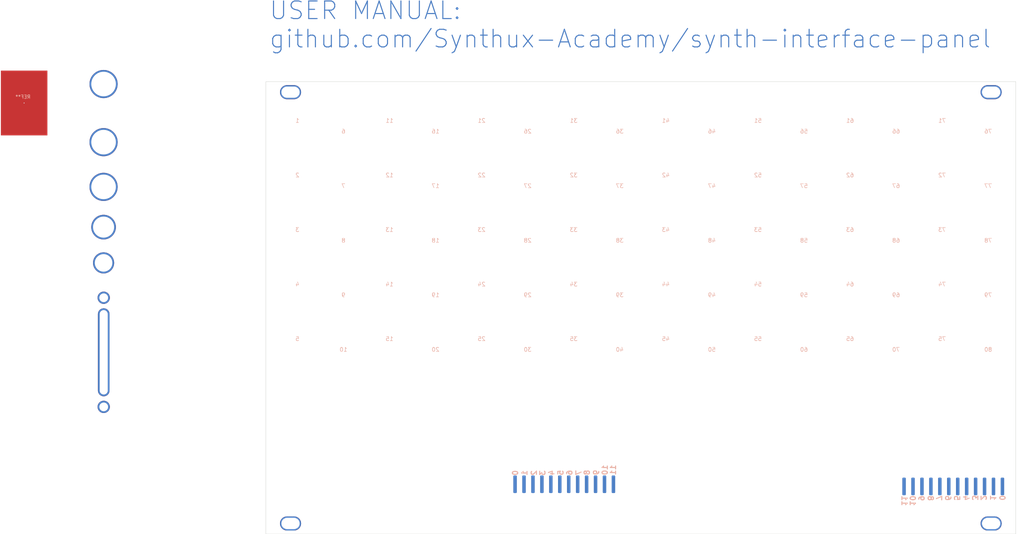
<source format=kicad_pcb>
(kicad_pcb (version 20221018) (generator pcbnew)
  (layers (0 "F.Cu" signal) (31 "B.Cu" signal) (34 "B.Paste" user) (35 "F.Paste" user) (36 "B.SilkS" user "B.Silkscreen") (37 "F.SilkS" user "F.Silkscreen") (38 "B.Mask" user) (39 "F.Mask" user) (44 "Edge.Cuts" user))
  (net 0 "")
  (footprint "SimpleSynthPanel:Panel Simple Footprint" (layer "F.Cu") (at 89.826999 64.238)
    (fp_text reference " 17" hide)
    (fp_text value "Simple_Multi_Socket" hide)
    (fp_text user "${REFERENCE}" (at 1.2 -5.29) (layer "B.SilkS") (effects (font (size 1.143 1.143) (thickness 0.152)) (justify mirror)))
  )
  (footprint "SimpleSynthPanel:Panel Simple Footprint" (layer "F.Cu") (at 155.231999 76.684)
    (fp_text reference " 43" hide)
    (fp_text value "Simple_Multi_Socket" hide)
    (fp_text user "${REFERENCE}" (at 1.2 -5.29) (layer "B.SilkS") (effects (font (size 1.143 1.143) (thickness 0.152)) (justify mirror)))
  )
  (footprint "SimpleSynthPanel:Panel Simple Footprint" (layer "F.Cu") (at 207.555999 45.696)
    (fp_text reference " 61" hide)
    (fp_text value "Simple_Multi_Socket" hide)
    (fp_text user "${REFERENCE}" (at 1.2 -5.29) (layer "B.SilkS") (effects (font (size 1.143 1.143) (thickness 0.152)) (justify mirror)))
  )
  (footprint "SimpleSynthPanel:Panel Simple Footprint" (layer "F.Cu") (at 194.474999 48.744)
    (fp_text reference " 56" hide)
    (fp_text value "Simple_Multi_Socket" hide)
    (fp_text user "${REFERENCE}" (at 1.2 -5.29) (layer "B.SilkS") (effects (font (size 1.143 1.143) (thickness 0.152)) (justify mirror)))
  )
  (footprint "SimpleSynthPanel:Panel Fader" (layer "F.Cu") (at -5.873601 123.1096)
    (fp_text reference "REF**" hide)
    (fp_text value "Panel Fader" hide)
    (fp_rect (start 1.1 -22.6) (end 2.9 -27.6) (stroke (width 0.12)) (fill solid) (layer "F.SilkS"))
    (pad "" thru_hole circle (at 2 -32.4) (size 3.5 3.5) (drill 2.5) (layers "*.Cu" "*.Mask"))
    (pad "" thru_hole oval (at 2 -16.9) (size 3.3 25) (drill oval 2.3 24) (layers "*.Cu" "*.Mask"))
    (pad "" thru_hole circle (at 2 -1.4) (size 3.5 3.5) (drill 2.5) (layers "*.Cu" "*.Mask"))
  )
  (footprint "SimpleSynthPanel:Panel Simple Footprint" (layer "F.Cu") (at 142.150999 64.238)
    (fp_text reference " 37" hide)
    (fp_text value "Simple_Multi_Socket" hide)
    (fp_text user "${REFERENCE}" (at 1.2 -5.29) (layer "B.SilkS") (effects (font (size 1.143 1.143) (thickness 0.152)) (justify mirror)))
  )
  (footprint "SimpleSynthPanel:Panel Simple Footprint" (layer "F.Cu") (at 142.150999 79.732)
    (fp_text reference " 38" hide)
    (fp_text value "Simple_Multi_Socket" hide)
    (fp_text user "${REFERENCE}" (at 1.2 -5.29) (layer "B.SilkS") (effects (font (size 1.143 1.143) (thickness 0.152)) (justify mirror)))
  )
  (footprint "SimpleSynthPanel:Panel Simple Footprint" (layer "F.Cu") (at 76.745999 45.696)
    (fp_text reference " 11" hide)
    (fp_text value "Simple_Multi_Socket" hide)
    (fp_text user "${REFERENCE}" (at 1.2 -5.29) (layer "B.SilkS") (effects (font (size 1.143 1.143) (thickness 0.152)) (justify mirror)))
  )
  (footprint "SimpleSynthPanel:Panel Simple Footprint" (layer "F.Cu") (at 220.636999 64.238)
    (fp_text reference " 67" hide)
    (fp_text value "Simple_Multi_Socket" hide)
    (fp_text user "${REFERENCE}" (at 1.2 -5.29) (layer "B.SilkS") (effects (font (size 1.143 1.143) (thickness 0.152)) (justify mirror)))
  )
  (footprint "SimpleSynthPanel:Panel Simple Footprint" (layer "F.Cu") (at 76.745999 107.672)
    (fp_text reference " 15" hide)
    (fp_text value "Simple_Multi_Socket" hide)
    (fp_text user "${REFERENCE}" (at 1.2 -5.29) (layer "B.SilkS") (effects (font (size 1.143 1.143) (thickness 0.152)) (justify mirror)))
  )
  (footprint "SimpleSynthPanel:Panel Simple Footprint" (layer "F.Cu") (at 246.798999 64.238)
    (fp_text reference " 77" hide)
    (fp_text value "Simple_Multi_Socket" hide)
    (fp_text user "${REFERENCE}" (at 1.2 -5.29) (layer "B.SilkS") (effects (font (size 1.143 1.143) (thickness 0.152)) (justify mirror)))
  )
  (footprint "SimpleSynthPanel:Panel Simple Footprint" (layer "F.Cu") (at 168.312999 64.238)
    (fp_text reference " 47" hide)
    (fp_text value "Simple_Multi_Socket" hide)
    (fp_text user "${REFERENCE}" (at 1.2 -5.29) (layer "B.SilkS") (effects (font (size 1.143 1.143) (thickness 0.152)) (justify mirror)))
  )
  (footprint "SimpleSynthPanel:Panel Simple Footprint" (layer "F.Cu") (at 102.907999 76.684)
    (fp_text reference " 23" hide)
    (fp_text value "Simple_Multi_Socket" hide)
    (fp_text user "${REFERENCE}" (at 1.2 -5.29) (layer "B.SilkS") (effects (font (size 1.143 1.143) (thickness 0.152)) (justify mirror)))
  )
  (footprint "SimpleSynthPanel:Panel Simple Footprint" (layer "F.Cu") (at 63.664999 79.732)
    (fp_text reference " 8" hide)
    (fp_text value "Simple_Multi_Socket" hide)
    (fp_text user "${REFERENCE}" (at 1.2 -5.29) (layer "B.SilkS") (effects (font (size 1.143 1.143) (thickness 0.152)) (justify mirror)))
  )
  (footprint "SimpleSynthPanel:Panel Simple Footprint" (layer "F.Cu") (at 246.798999 95.226)
    (fp_text reference " 79" hide)
    (fp_text value "Simple_Multi_Socket" hide)
    (fp_text user "${REFERENCE}" (at 1.2 -5.29) (layer "B.SilkS") (effects (font (size 1.143 1.143) (thickness 0.152)) (justify mirror)))
  )
  (footprint "SimpleSynthPanel:Panel Simple Footprint" (layer "F.Cu") (at 168.312999 110.72)
    (fp_text reference " 50" hide)
    (fp_text value "Simple_Multi_Socket" hide)
    (fp_text user "${REFERENCE}" (at 1.2 -5.29) (layer "B.SilkS") (effects (font (size 1.143 1.143) (thickness 0.152)) (justify mirror)))
  )
  (footprint "SimpleSynthPanel:Panel Simple Footprint" (layer "F.Cu") (at 63.664999 110.72)
    (fp_text reference " 10" hide)
    (fp_text value "Simple_Multi_Socket" hide)
    (fp_text user "${REFERENCE}" (at 1.2 -5.29) (layer "B.SilkS") (effects (font (size 1.143 1.143) (thickness 0.152)) (justify mirror)))
  )
  (footprint "SimpleSynthPanel:Panel Simple Footprint" (layer "F.Cu") (at 168.312999 95.226)
    (fp_text reference " 49" hide)
    (fp_text value "Simple_Multi_Socket" hide)
    (fp_text user "${REFERENCE}" (at 1.2 -5.29) (layer "B.SilkS") (effects (font (size 1.143 1.143) (thickness 0.152)) (justify mirror)))
  )
  (footprint "SimpleSynthPanel:Panel Simple Footprint" (layer "F.Cu") (at 115.988999 79.732)
    (fp_text reference " 28" hide)
    (fp_text value "Simple_Multi_Socket" hide)
    (fp_text user "${REFERENCE}" (at 1.2 -5.29) (layer "B.SilkS") (effects (font (size 1.143 1.143) (thickness 0.152)) (justify mirror)))
  )
  (footprint "Simple6:MountingHole_3.2mm_Doepfer" (layer "F.Cu") (at 49.187399 154.8236)
    (fp_text reference "REF**" hide)
    (fp_text value "MountingHole_3.2mm_Doepfer" hide)
    (pad "" thru_hole oval (at 0 0) (size 6 4) (drill oval 5.2 3.2) (layers "*.Cu" "*.Mask"))
  )
  (footprint "SimpleSynthPanel:Panel Simple Footprint" (layer "F.Cu") (at 89.826999 95.226)
    (fp_text reference " 19" hide)
    (fp_text value "Simple_Multi_Socket" hide)
    (fp_text user "${REFERENCE}" (at 1.2 -5.29) (layer "B.SilkS") (effects (font (size 1.143 1.143) (thickness 0.152)) (justify mirror)))
  )
  (footprint "SimpleSynthPanel:Panel Simple Footprint" (layer "F.Cu") (at 63.664999 64.238)
    (fp_text reference " 7" hide)
    (fp_text value "Simple_Multi_Socket" hide)
    (fp_text user "${REFERENCE}" (at 1.2 -5.29) (layer "B.SilkS") (effects (font (size 1.143 1.143) (thickness 0.152)) (justify mirror)))
  )
  (footprint "SimpleSynthPanel:Panel Simple Footprint" (layer "F.Cu") (at 76.745999 76.684)
    (fp_text reference " 13" hide)
    (fp_text value "Simple_Multi_Socket" hide)
    (fp_text user "${REFERENCE}" (at 1.2 -5.29) (layer "B.SilkS") (effects (font (size 1.143 1.143) (thickness 0.152)) (justify mirror)))
  )
  (footprint "SimpleSynthPanel:Panel Simple Footprint" (layer "F.Cu") (at 102.907999 107.672)
    (fp_text reference " 25" hide)
    (fp_text value "Simple_Multi_Socket" hide)
    (fp_text user "${REFERENCE}" (at 1.2 -5.29) (layer "B.SilkS") (effects (font (size 1.143 1.143) (thickness 0.152)) (justify mirror)))
  )
  (footprint "SimpleSynthPanel:Panel Simple Footprint" (layer "F.Cu") (at 50.583999 92.178)
    (fp_text reference " 4" hide)
    (fp_text value "Simple_Multi_Socket" hide)
    (fp_text user "${REFERENCE}" (at 1.2 -5.29) (layer "B.SilkS") (effects (font (size 1.143 1.143) (thickness 0.152)) (justify mirror)))
  )
  (footprint "SimpleSynthPanel:Panel Simple Footprint" (layer "F.Cu") (at 89.826999 79.732)
    (fp_text reference " 18" hide)
    (fp_text value "Simple_Multi_Socket" hide)
    (fp_text user "${REFERENCE}" (at 1.2 -5.29) (layer "B.SilkS") (effects (font (size 1.143 1.143) (thickness 0.152)) (justify mirror)))
  )
  (footprint "SimpleSynthPanel:Panel Simple Footprint" (layer "F.Cu") (at 220.636999 79.732)
    (fp_text reference " 68" hide)
    (fp_text value "Simple_Multi_Socket" hide)
    (fp_text user "${REFERENCE}" (at 1.2 -5.29) (layer "B.SilkS") (effects (font (size 1.143 1.143) (thickness 0.152)) (justify mirror)))
  )
  (footprint "SimpleSynthPanel:Panel Simple Footprint" (layer "F.Cu") (at 246.798999 79.732)
    (fp_text reference " 78" hide)
    (fp_text value "Simple_Multi_Socket" hide)
    (fp_text user "${REFERENCE}" (at 1.2 -5.29) (layer "B.SilkS") (effects (font (size 1.143 1.143) (thickness 0.152)) (justify mirror)))
  )
  (footprint "Simple6:MountingHole_3.2mm_Doepfer" (layer "F.Cu") (at 49.187399 32.3236)
    (fp_text reference "REF**" hide)
    (fp_text value "MountingHole_3.2mm_Doepfer" hide)
    (pad "" thru_hole oval (at 0 0) (size 6 4) (drill oval 5.2 3.2) (layers "*.Cu" "*.Mask"))
  )
  (footprint "SimpleSynthPanel:Panel Simple Footprint" (layer "F.Cu") (at 142.150999 48.744)
    (fp_text reference " 36" hide)
    (fp_text value "Simple_Multi_Socket" hide)
    (fp_text user "${REFERENCE}" (at 1.2 -5.29) (layer "B.SilkS") (effects (font (size 1.143 1.143) (thickness 0.152)) (justify mirror)))
  )
  (footprint "SimpleSynthPanel:Panel Simple Footprint" (layer "F.Cu") (at 129.069999 45.696)
    (fp_text reference " 31" hide)
    (fp_text value "Simple_Multi_Socket" hide)
    (fp_text user "${REFERENCE}" (at 1.2 -5.29) (layer "B.SilkS") (effects (font (size 1.143 1.143) (thickness 0.152)) (justify mirror)))
  )
  (footprint "SimpleSynthPanel:Panel Simple Footprint" (layer "F.Cu") (at 194.474999 64.238)
    (fp_text reference " 57" hide)
    (fp_text value "Simple_Multi_Socket" hide)
    (fp_text user "${REFERENCE}" (at 1.2 -5.29) (layer "B.SilkS") (effects (font (size 1.143 1.143) (thickness 0.152)) (justify mirror)))
  )
  (footprint "SimpleSynthPanel:Panel Simple Footprint" (layer "F.Cu") (at 168.312999 79.732)
    (fp_text reference " 48" hide)
    (fp_text value "Simple_Multi_Socket" hide)
    (fp_text user "${REFERENCE}" (at 1.2 -5.29) (layer "B.SilkS") (effects (font (size 1.143 1.143) (thickness 0.152)) (justify mirror)))
  )
  (footprint "SimpleSynthPanel:Panel Knob 1P" (layer "F.Cu") (at -3.913601 59.2196)
    (fp_text reference "REF**" hide)
    (fp_text value "Panel Knob 1P")
    (pad "" thru_hole circle (at 0 0) (size 8 8) (drill 7) (layers "*.Cu" "*.Mask"))
  )
  (footprint "SimpleSynthPanel:Panel Simple Footprint" (layer "F.Cu") (at 181.393999 45.696)
    (fp_text reference " 51" hide)
    (fp_text value "Simple_Multi_Socket" hide)
    (fp_text user "${REFERENCE}" (at 1.2 -5.29) (layer "B.SilkS") (effects (font (size 1.143 1.143) (thickness 0.152)) (justify mirror)))
  )
  (footprint "SimpleSynthPanel:Panel Simple Footprint" (layer "F.Cu") (at 155.231999 107.672)
    (fp_text reference " 45" hide)
    (fp_text value "Simple_Multi_Socket" hide)
    (fp_text user "${REFERENCE}" (at 1.2 -5.29) (layer "B.SilkS") (effects (font (size 1.143 1.143) (thickness 0.152)) (justify mirror)))
  )
  (footprint "SimpleSynthPanel:Panel Simple Footprint" (layer "F.Cu") (at 115.988999 95.226)
    (fp_text reference " 29" hide)
    (fp_text value "Simple_Multi_Socket" hide)
    (fp_text user "${REFERENCE}" (at 1.2 -5.29) (layer "B.SilkS") (effects (font (size 1.143 1.143) (thickness 0.152)) (justify mirror)))
  )
  (footprint "SimpleSynthPanel:Panel Simple Footprint" (layer "F.Cu") (at 142.150999 95.226)
    (fp_text reference " 39" hide)
    (fp_text value "Simple_Multi_Socket" hide)
    (fp_text user "${REFERENCE}" (at 1.2 -5.29) (layer "B.SilkS") (effects (font (size 1.143 1.143) (thickness 0.152)) (justify mirror)))
  )
  (footprint "SimpleSynthPanel:Panel Simple Footprint" (layer "F.Cu") (at 207.555999 76.684)
    (fp_text reference " 63" hide)
    (fp_text value "Simple_Multi_Socket" hide)
    (fp_text user "${REFERENCE}" (at 1.2 -5.29) (layer "B.SilkS") (effects (font (size 1.143 1.143) (thickness 0.152)) (justify mirror)))
  )
  (footprint "SimpleSynthPanel:Panel Simple Footprint" (layer "F.Cu") (at 50.583999 45.696)
    (fp_text reference " 1" hide)
    (fp_text value "Simple_Multi_Socket" hide)
    (fp_text user "${REFERENCE}" (at 1.2 -5.29) (layer "B.SilkS") (effects (font (size 1.143 1.143) (thickness 0.152)) (justify mirror)))
  )
  (footprint "SimpleSynthPanel:Panel Simple Footprint" (layer "F.Cu") (at 181.393999 61.19)
    (fp_text reference " 52" hide)
    (fp_text value "Simple_Multi_Socket" hide)
    (fp_text user "${REFERENCE}" (at 1.2 -5.29) (layer "B.SilkS") (effects (font (size 1.143 1.143) (thickness 0.152)) (justify mirror)))
  )
  (footprint "SimpleSynthPanel:Panel Simple Footprint" (layer "F.Cu") (at 115.988999 64.238)
    (fp_text reference " 27" hide)
    (fp_text value "Simple_Multi_Socket" hide)
    (fp_text user "${REFERENCE}" (at 1.2 -5.29) (layer "B.SilkS") (effects (font (size 1.143 1.143) (thickness 0.152)) (justify mirror)))
  )
  (footprint "SimpleSynthPanel:Panel Simple Footprint" (layer "F.Cu") (at 50.583999 76.684)
    (fp_text reference " 3" hide)
    (fp_text value "Simple_Multi_Socket" hide)
    (fp_text user "${REFERENCE}" (at 1.2 -5.29) (layer "B.SilkS") (effects (font (size 1.143 1.143) (thickness 0.152)) (justify mirror)))
  )
  (footprint "SimpleSynthPanel:Panel Knob 2P" (layer "F.Cu") (at -3.913601 46.5196)
    (fp_text reference "REF**" hide)
    (fp_text value "Panel Knob 2P")
    (pad "" thru_hole circle (at 0 0) (size 8 8) (drill 7) (layers "*.Cu" "*.Mask"))
  )
  (footprint "SimpleSynthPanel:Panel Simple Footprint" (layer "F.Cu") (at 50.583999 107.672)
    (fp_text reference " 5" hide)
    (fp_text value "Simple_Multi_Socket" hide)
    (fp_text user "${REFERENCE}" (at 1.2 -5.29) (layer "B.SilkS") (effects (font (size 1.143 1.143) (thickness 0.152)) (justify mirror)))
  )
  (footprint "SimpleSynthPanel:Panel Simple Footprint" (layer "F.Cu") (at 181.393999 76.684)
    (fp_text reference " 53" hide)
    (fp_text value "Simple_Multi_Socket" hide)
    (fp_text user "${REFERENCE}" (at 1.2 -5.29) (layer "B.SilkS") (effects (font (size 1.143 1.143) (thickness 0.152)) (justify mirror)))
  )
  (footprint "SimpleSynthPanel:Panel Simple Footprint" (layer "F.Cu") (at 246.798999 110.72)
    (fp_text reference " 80" hide)
    (fp_text value "Simple_Multi_Socket" hide)
    (fp_text user "${REFERENCE}" (at 1.2 -5.29) (layer "B.SilkS") (effects (font (size 1.143 1.143) (thickness 0.152)) (justify mirror)))
  )
  (footprint "SimpleSynthPanel:Panel Simple Footprint" (layer "F.Cu") (at 181.393999 92.178)
    (fp_text reference " 54" hide)
    (fp_text value "Simple_Multi_Socket" hide)
    (fp_text user "${REFERENCE}" (at 1.2 -5.29) (layer "B.SilkS") (effects (font (size 1.143 1.143) (thickness 0.152)) (justify mirror)))
  )
  (footprint "SimpleSynthPanel:Panel Simple Footprint" (layer "F.Cu") (at 194.474999 79.732)
    (fp_text reference " 58" hide)
    (fp_text value "Simple_Multi_Socket" hide)
    (fp_text user "${REFERENCE}" (at 1.2 -5.29) (layer "B.SilkS") (effects (font (size 1.143 1.143) (thickness 0.152)) (justify mirror)))
  )
  (footprint "SimpleSynthPanel:Panel Simple Footprint" (layer "F.Cu") (at 89.826999 110.72)
    (fp_text reference " 20" hide)
    (fp_text value "Simple_Multi_Socket" hide)
    (fp_text user "${REFERENCE}" (at 1.2 -5.29) (layer "B.SilkS") (effects (font (size 1.143 1.143) (thickness 0.152)) (justify mirror)))
  )
  (footprint "SimpleSynthPanel:Panel Simple Footprint" (layer "F.Cu") (at 194.474999 95.226)
    (fp_text reference " 59" hide)
    (fp_text value "Simple_Multi_Socket" hide)
    (fp_text user "${REFERENCE}" (at 1.2 -5.29) (layer "B.SilkS") (effects (font (size 1.143 1.143) (thickness 0.152)) (justify mirror)))
  )
  (footprint "SimpleSynthPanel:Panel Simple Footprint" (layer "F.Cu") (at 246.798999 48.744)
    (fp_text reference " 76" hide)
    (fp_text value "Simple_Multi_Socket" hide)
    (fp_text user "${REFERENCE}" (at 1.2 -5.29) (layer "B.SilkS") (effects (font (size 1.143 1.143) (thickness 0.152)) (justify mirror)))
  )
  (footprint "SimpleSynthPanel:Panel Simple Footprint" (layer "F.Cu") (at 233.717999 61.19)
    (fp_text reference " 72" hide)
    (fp_text value "Simple_Multi_Socket" hide)
    (fp_text user "${REFERENCE}" (at 1.2 -5.29) (layer "B.SilkS") (effects (font (size 1.143 1.143) (thickness 0.152)) (justify mirror)))
  )
  (footprint "SimpleSynthPanel:Panel Simple Footprint" (layer "F.Cu") (at 207.555999 107.672)
    (fp_text reference " 65" hide)
    (fp_text value "Simple_Multi_Socket" hide)
    (fp_text user "${REFERENCE}" (at 1.2 -5.29) (layer "B.SilkS") (effects (font (size 1.143 1.143) (thickness 0.152)) (justify mirror)))
  )
  (footprint "SimpleSynthPanel:Panel Simple Footprint" (layer "F.Cu") (at 168.312999 48.744)
    (fp_text reference " 46" hide)
    (fp_text value "Simple_Multi_Socket" hide)
    (fp_text user "${REFERENCE}" (at 1.2 -5.29) (layer "B.SilkS") (effects (font (size 1.143 1.143) (thickness 0.152)) (justify mirror)))
  )
  (footprint "SimpleSynthPanel:Panel Simple Footprint" (layer "F.Cu") (at 89.826999 48.744)
    (fp_text reference " 16" hide)
    (fp_text value "Simple_Multi_Socket" hide)
    (fp_text user "${REFERENCE}" (at 1.2 -5.29) (layer "B.SilkS") (effects (font (size 1.143 1.143) (thickness 0.152)) (justify mirror)))
  )
  (footprint "SimpleSynthPanel:Panel Simple Footprint" (layer "F.Cu") (at 207.555999 61.19)
    (fp_text reference " 62" hide)
    (fp_text value "Simple_Multi_Socket" hide)
    (fp_text user "${REFERENCE}" (at 1.2 -5.29) (layer "B.SilkS") (effects (font (size 1.143 1.143) (thickness 0.152)) (justify mirror)))
  )
  (footprint "SimpleSynthPanel:Panel 12 Pin SMD Header" (layer "F.Cu") (at 112.966399 143.6886)
    (fp_text reference "J2" hide)
    (fp_text value "Conn_01x08_Socket" hide)
    (fp_text user "0" (at 0.941 -4.140247 90 unlocked) (layer "B.SilkS") (effects (font (size 1.5 1.5) (thickness 0.3) bold) (justify left bottom mirror)))
    (fp_text user "3" (at 8.691 -4.120247 90 unlocked) (layer "B.SilkS") (effects (font (size 1.5 1.5) (thickness 0.3) bold) (justify left bottom mirror)))
    (fp_text user "6" (at 16.349999 -4.196998 90 unlocked) (layer "B.SilkS") (effects (font (size 1.5 1.5) (thickness 0.3) bold) (justify left bottom mirror)))
    (fp_text user "4" (at 11.241 -4.180247 90 unlocked) (layer "B.SilkS") (effects (font (size 1.5 1.5) (thickness 0.3) bold) (justify left bottom mirror)))
    (fp_text user "10" (at 26.399999 -5.671998 90 unlocked) (layer "B.SilkS") (effects (font (size 1.5 1.5) (thickness 0.3) bold) (justify left bottom mirror)))
    (fp_text user "7" (at 18.949999 -4.221998 90 unlocked) (layer "B.SilkS") (effects (font (size 1.5 1.5) (thickness 0.3) bold) (justify left bottom mirror)))
    (fp_text user "8" (at 21.299999 -4.246998 90 unlocked) (layer "B.SilkS") (effects (font (size 1.5 1.5) (thickness 0.3) bold) (justify left bottom mirror)))
    (fp_text user "2" (at 6.271 -4.140247 90 unlocked) (layer "B.SilkS") (effects (font (size 1.5 1.5) (thickness 0.3) bold) (justify left bottom mirror)))
    (fp_text user "1" (at 3.581 -4.120247 90 unlocked) (layer "B.SilkS") (effects (font (size 1.5 1.5) (thickness 0.3) bold) (justify left bottom mirror)))
    (fp_text user "5" (at 13.824999 -4.196998 90 unlocked) (layer "B.SilkS") (effects (font (size 1.5 1.5) (thickness 0.3) bold) (justify left bottom mirror)))
    (fp_text user "11" (at 28.749999 -5.671998 90 unlocked) (layer "B.SilkS") (effects (font (size 1.5 1.5) (thickness 0.3) bold) (justify left bottom mirror)))
    (fp_text user "9" (at 23.949999 -4.271998 90 unlocked) (layer "B.SilkS") (effects (font (size 1.5 1.5) (thickness 0.3) bold) (justify left bottom mirror)))
    (pad "0" smd roundrect (at 0 0) (size 1 5) (layers "B.Cu" "B.Paste" "B.Mask"))
    (pad "1" smd roundrect (at 2.54 0) (size 1 5) (layers "B.Cu" "B.Paste" "B.Mask"))
    (pad "2" smd roundrect (at 5.08 0) (size 1 5) (layers "B.Cu" "B.Paste" "B.Mask"))
    (pad "3" smd roundrect (at 7.62 0) (size 1 5) (layers "B.Cu" "B.Paste" "B.Mask"))
    (pad "4" smd roundrect (at 10.16 0) (size 1 5) (layers "B.Cu" "B.Paste" "B.Mask"))
    (pad "5" smd roundrect (at 12.7 0 180) (size 1 5) (layers "B.Cu" "B.Paste" "B.Mask"))
    (pad "6" smd roundrect (at 15.239999 0 180) (size 1 5) (layers "B.Cu" "B.Paste" "B.Mask"))
    (pad "7" smd roundrect (at 17.78 0 180) (size 1 5) (layers "B.Cu" "B.Paste" "B.Mask"))
    (pad "8" smd roundrect (at 20.319998 0 180) (size 1 5) (layers "B.Cu" "B.Paste" "B.Mask"))
    (pad "9" smd roundrect (at 22.859999 0 180) (size 1 5) (layers "B.Cu" "B.Paste" "B.Mask"))
    (pad "10" smd roundrect (at 25.399999 0 180) (size 1 5) (layers "B.Cu" "B.Paste" "B.Mask"))
    (pad "11" smd roundrect (at 27.94 0 180) (size 1 5) (layers "B.Cu" "B.Paste" "B.Mask"))
  )
  (footprint "Simple6:MountingHole_3.2mm_Doepfer" (layer "F.Cu") (at 248.187399 154.8236)
    (fp_text reference "REF**" hide)
    (fp_text value "MountingHole_3.2mm_Doepfer" hide)
    (pad "" thru_hole oval (at 0 0) (size 6 4) (drill oval 5.2 3.2) (layers "*.Cu" "*.Mask"))
  )
  (footprint "SimpleSynthPanel:Panel Simple Footprint" (layer "F.Cu") (at 233.717999 76.684)
    (fp_text reference " 73" hide)
    (fp_text value "Simple_Multi_Socket" hide)
    (fp_text user "${REFERENCE}" (at 1.2 -5.29) (layer "B.SilkS") (effects (font (size 1.143 1.143) (thickness 0.152)) (justify mirror)))
  )
  (footprint "Simple6:MountingHole_3.2mm_Doepfer" (layer "F.Cu") (at 248.187399 32.3236)
    (fp_text reference "REF**" hide)
    (fp_text value "MountingHole_3.2mm_Doepfer" hide)
    (pad "" thru_hole oval (at 0 0) (size 6 4) (drill oval 5.2 3.2) (layers "*.Cu" "*.Mask"))
  )
  (footprint "SimpleSynthPanel:Panel Simple Footprint" (layer "F.Cu") (at 76.745999 61.19)
    (fp_text reference " 12" hide)
    (fp_text value "Simple_Multi_Socket" hide)
    (fp_text user "${REFERENCE}" (at 1.2 -5.29) (layer "B.SilkS") (effects (font (size 1.143 1.143) (thickness 0.152)) (justify mirror)))
  )
  (footprint "SimpleSynthPanel:Panel Simple Footprint" (layer "F.Cu") (at 115.988999 48.744)
    (fp_text reference " 26" hide)
    (fp_text value "Simple_Multi_Socket" hide)
    (fp_text user "${REFERENCE}" (at 1.2 -5.29) (layer "B.SilkS") (effects (font (size 1.143 1.143) (thickness 0.152)) (justify mirror)))
  )
  (footprint "SimpleSynthPanel:Panel Simple Footprint" (layer "F.Cu") (at 63.664999 48.744)
    (fp_text reference " 6" hide)
    (fp_text value "Simple_Multi_Socket" hide)
    (fp_text user "${REFERENCE}" (at 1.2 -5.29) (layer "B.SilkS") (effects (font (size 1.143 1.143) (thickness 0.152)) (justify mirror)))
  )
  (footprint "SimpleSynthPanel:Panel Simple Footprint" (layer "F.Cu") (at 63.664999 95.226)
    (fp_text reference " 9" hide)
    (fp_text value "Simple_Multi_Socket" hide)
    (fp_text user "${REFERENCE}" (at 1.2 -5.29) (layer "B.SilkS") (effects (font (size 1.143 1.143) (thickness 0.152)) (justify mirror)))
  )
  (footprint "SimpleSynthPanel:Panel 12 Pin SMD Header" (layer "F.Cu") (at 251.396399 144.3096 180)
    (fp_text reference "J1" hide)
    (fp_text value "Conn_01x08_Socket" hide)
    (fp_text user "6" (at 16.349999 -4.196998 270 unlocked) (layer "B.SilkS") (effects (font (size 1.5 1.5) (thickness 0.3) bold) (justify left bottom mirror)))
    (fp_text user "7" (at 18.949999 -4.221998 270 unlocked) (layer "B.SilkS") (effects (font (size 1.5 1.5) (thickness 0.3) bold) (justify left bottom mirror)))
    (fp_text user "9" (at 23.949999 -4.271998 270 unlocked) (layer "B.SilkS") (effects (font (size 1.5 1.5) (thickness 0.3) bold) (justify left bottom mirror)))
    (fp_text user "1" (at 3.581 -4.120247 270 unlocked) (layer "B.SilkS") (effects (font (size 1.5 1.5) (thickness 0.3) bold) (justify left bottom mirror)))
    (fp_text user "10" (at 26.399999 -5.671998 270 unlocked) (layer "B.SilkS") (effects (font (size 1.5 1.5) (thickness 0.3) bold) (justify left bottom mirror)))
    (fp_text user "2" (at 6.271 -4.140247 270 unlocked) (layer "B.SilkS") (effects (font (size 1.5 1.5) (thickness 0.3) bold) (justify left bottom mirror)))
    (fp_text user "5" (at 13.824999 -4.196998 270 unlocked) (layer "B.SilkS") (effects (font (size 1.5 1.5) (thickness 0.3) bold) (justify left bottom mirror)))
    (fp_text user "0" (at 0.941 -4.140247 270 unlocked) (layer "B.SilkS") (effects (font (size 1.5 1.5) (thickness 0.3) bold) (justify left bottom mirror)))
    (fp_text user "4" (at 11.241 -4.180247 270 unlocked) (layer "B.SilkS") (effects (font (size 1.5 1.5) (thickness 0.3) bold) (justify left bottom mirror)))
    (fp_text user "3" (at 8.691 -4.120247 270 unlocked) (layer "B.SilkS") (effects (font (size 1.5 1.5) (thickness 0.3) bold) (justify left bottom mirror)))
    (fp_text user "11" (at 28.749999 -5.671998 270 unlocked) (layer "B.SilkS") (effects (font (size 1.5 1.5) (thickness 0.3) bold) (justify left bottom mirror)))
    (fp_text user "8" (at 21.299999 -4.246998 270 unlocked) (layer "B.SilkS") (effects (font (size 1.5 1.5) (thickness 0.3) bold) (justify left bottom mirror)))
    (pad "0" smd roundrect (at 0 0 180) (size 1 5) (layers "B.Cu" "B.Paste" "B.Mask"))
    (pad "1" smd roundrect (at 2.54 0 180) (size 1 5) (layers "B.Cu" "B.Paste" "B.Mask"))
    (pad "2" smd roundrect (at 5.08 0 180) (size 1 5) (layers "B.Cu" "B.Paste" "B.Mask"))
    (pad "3" smd roundrect (at 7.62 0 180) (size 1 5) (layers "B.Cu" "B.Paste" "B.Mask"))
    (pad "4" smd roundrect (at 10.16 0 180) (size 1 5) (layers "B.Cu" "B.Paste" "B.Mask"))
    (pad "5" smd roundrect (at 12.7 0) (size 1 5) (layers "B.Cu" "B.Paste" "B.Mask"))
    (pad "6" smd roundrect (at 15.239999 0) (size 1 5) (layers "B.Cu" "B.Paste" "B.Mask"))
    (pad "7" smd roundrect (at 17.78 0) (size 1 5) (layers "B.Cu" "B.Paste" "B.Mask"))
    (pad "8" smd roundrect (at 20.319998 0) (size 1 5) (layers "B.Cu" "B.Paste" "B.Mask"))
    (pad "9" smd roundrect (at 22.859999 0) (size 1 5) (layers "B.Cu" "B.Paste" "B.Mask"))
    (pad "10" smd roundrect (at 25.399999 0) (size 1 5) (layers "B.Cu" "B.Paste" "B.Mask"))
    (pad "11" smd roundrect (at 27.94 0) (size 1 5) (layers "B.Cu" "B.Paste" "B.Mask"))
  )
  (footprint "SimpleSynthPanel:Panel Knob 5PS" (layer "F.Cu") (at -3.913601 30.0096)
    (fp_text reference "REF**" hide)
    (fp_text value "Panel Knob 5PS")
    (pad "" thru_hole circle (at 0 0) (size 8 8) (drill 7) (layers "*.Cu" "*.Mask"))
  )
  (footprint "SimpleSynthPanel:Panel Simple Footprint" (layer "F.Cu") (at 220.636999 95.226)
    (fp_text reference " 69" hide)
    (fp_text value "Simple_Multi_Socket" hide)
    (fp_text user "${REFERENCE}" (at 1.2 -5.29) (layer "B.SilkS") (effects (font (size 1.143 1.143) (thickness 0.152)) (justify mirror)))
  )
  (footprint "SimpleSynthPanel:Panel Jack" (layer "F.Cu") (at -3.913601 70.6496)
    (fp_text reference "REF**" hide)
    (fp_text value "Panel Jack")
    (pad "" thru_hole circle (at 0 0) (size 7 7) (drill 6) (layers "*.Cu" "*.Mask"))
  )
  (footprint "SimpleSynthPanel:Panel Simple Footprint" (layer "F.Cu") (at 102.907999 92.178)
    (fp_text reference " 24" hide)
    (fp_text value "Simple_Multi_Socket" hide)
    (fp_text user "${REFERENCE}" (at 1.2 -5.29) (layer "B.SilkS") (effects (font (size 1.143 1.143) (thickness 0.152)) (justify mirror)))
  )
  (footprint "SimpleSynthPanel:Panel Simple Footprint" (layer "F.Cu") (at 129.069999 61.19)
    (fp_text reference " 32" hide)
    (fp_text value "Simple_Multi_Socket" hide)
    (fp_text user "${REFERENCE}" (at 1.2 -5.29) (layer "B.SilkS") (effects (font (size 1.143 1.143) (thickness 0.152)) (justify mirror)))
  )
  (footprint "SimpleSynthPanel:Panel Simple Footprint" (layer "F.Cu") (at 102.907999 45.696)
    (fp_text reference " 21" hide)
    (fp_text value "Simple_Multi_Socket" hide)
    (fp_text user "${REFERENCE}" (at 1.2 -5.29) (layer "B.SilkS") (effects (font (size 1.143 1.143) (thickness 0.152)) (justify mirror)))
  )
  (footprint "SimpleSynthPanel:Panel Simple Footprint" (layer "F.Cu") (at 76.745999 92.178)
    (fp_text reference " 14" hide)
    (fp_text value "Simple_Multi_Socket" hide)
    (fp_text user "${REFERENCE}" (at 1.2 -5.29) (layer "B.SilkS") (effects (font (size 1.143 1.143) (thickness 0.152)) (justify mirror)))
  )
  (footprint "SimpleSynthPanel:Panel Simple Footprint" (layer "F.Cu") (at 142.150999 110.72)
    (fp_text reference " 40" hide)
    (fp_text value "Simple_Multi_Socket" hide)
    (fp_text user "${REFERENCE}" (at 1.2 -5.29) (layer "B.SilkS") (effects (font (size 1.143 1.143) (thickness 0.152)) (justify mirror)))
  )
  (footprint "SimpleSynthPanel:Touch pad" (layer "F.Cu") (at -33.083601 26.1996)
    (fp_text reference "REF**" (at 6.275 7.45 unlocked) (layer "B.SilkS") (effects (justify mirror)))
    (fp_text value "Touch pad")
    (pad "" smd rect (at 6.604 9.197) (size 13.208 18.394) (layers "F.Cu" "F.Mask"))
    (pad "1" thru_hole circle (at 6.604 9.197) (size 0.2 0.2) (drill 0.2) (layers "*.Cu" "*.Mask" "B.SilkS"))
  )
  (footprint "SimpleSynthPanel:Panel Simple Footprint" (layer "F.Cu") (at 233.717999 92.178)
    (fp_text reference " 74" hide)
    (fp_text value "Simple_Multi_Socket" hide)
    (fp_text user "${REFERENCE}" (at 1.2 -5.29) (layer "B.SilkS") (effects (font (size 1.143 1.143) (thickness 0.152)) (justify mirror)))
  )
  (footprint "SimpleSynthPanel:Panel Simple Footprint" (layer "F.Cu") (at 220.636999 110.72)
    (fp_text reference " 70" hide)
    (fp_text value "Simple_Multi_Socket" hide)
    (fp_text user "${REFERENCE}" (at 1.2 -5.29) (layer "B.SilkS") (effects (font (size 1.143 1.143) (thickness 0.152)) (justify mirror)))
  )
  (footprint "SimpleSynthPanel:Panel Simple Footprint" (layer "F.Cu") (at 129.069999 107.672)
    (fp_text reference " 35" hide)
    (fp_text value "Simple_Multi_Socket" hide)
    (fp_text user "${REFERENCE}" (at 1.2 -5.29) (layer "B.SilkS") (effects (font (size 1.143 1.143) (thickness 0.152)) (justify mirror)))
  )
  (footprint "SimpleSynthPanel:Panel Simple Footprint" (layer "F.Cu") (at 50.583999 61.19)
    (fp_text reference " 2" hide)
    (fp_text value "Simple_Multi_Socket" hide)
    (fp_text user "${REFERENCE}" (at 1.2 -5.29) (layer "B.SilkS") (effects (font (size 1.143 1.143) (thickness 0.152)) (justify mirror)))
  )
  (footprint "SimpleSynthPanel:Panel Simple Footprint" (layer "F.Cu") (at 155.231999 45.696)
    (fp_text reference " 41" hide)
    (fp_text value "Simple_Multi_Socket" hide)
    (fp_text user "${REFERENCE}" (at 1.2 -5.29) (layer "B.SilkS") (effects (font (size 1.143 1.143) (thickness 0.152)) (justify mirror)))
  )
  (footprint "SimpleSynthPanel:Panel switch" (layer "F.Cu") (at -3.913601 80.8096)
    (fp_text reference "REF**" hide)
    (fp_text value "Panel switch")
    (pad "" thru_hole circle (at 0 0) (size 6 6) (drill 5) (layers "*.Cu" "*.Mask"))
  )
  (footprint "SimpleSynthPanel:Panel Simple Footprint" (layer "F.Cu") (at 233.717999 45.696)
    (fp_text reference " 71" hide)
    (fp_text value "Simple_Multi_Socket" hide)
    (fp_text user "${REFERENCE}" (at 1.2 -5.29) (layer "B.SilkS") (effects (font (size 1.143 1.143) (thickness 0.152)) (justify mirror)))
  )
  (footprint "SimpleSynthPanel:Panel Simple Footprint" (layer "F.Cu") (at 155.231999 61.19)
    (fp_text reference " 42" hide)
    (fp_text value "Simple_Multi_Socket" hide)
    (fp_text user "${REFERENCE}" (at 1.2 -5.29) (layer "B.SilkS") (effects (font (size 1.143 1.143) (thickness 0.152)) (justify mirror)))
  )
  (footprint "SimpleSynthPanel:Panel Simple Footprint" (layer "F.Cu") (at 129.069999 76.684)
    (fp_text reference " 33" hide)
    (fp_text value "Simple_Multi_Socket" hide)
    (fp_text user "${REFERENCE}" (at 1.2 -5.29) (layer "B.SilkS") (effects (font (size 1.143 1.143) (thickness 0.152)) (justify mirror)))
  )
  (footprint "SimpleSynthPanel:Panel Simple Footprint" (layer "F.Cu") (at 220.636999 48.744)
    (fp_text reference " 66" hide)
    (fp_text value "Simple_Multi_Socket" hide)
    (fp_text user "${REFERENCE}" (at 1.2 -5.29) (layer "B.SilkS") (effects (font (size 1.143 1.143) (thickness 0.152)) (justify mirror)))
  )
  (footprint "SimpleSynthPanel:Panel Simple Footprint" (layer "F.Cu") (at 233.717999 107.672)
    (fp_text reference " 75" hide)
    (fp_text value "Simple_Multi_Socket" hide)
    (fp_text user "${REFERENCE}" (at 1.2 -5.29) (layer "B.SilkS") (effects (font (size 1.143 1.143) (thickness 0.152)) (justify mirror)))
  )
  (footprint "SimpleSynthPanel:Panel Simple Footprint" (layer "F.Cu") (at 181.393999 107.672)
    (fp_text reference " 55" hide)
    (fp_text value "Simple_Multi_Socket" hide)
    (fp_text user "${REFERENCE}" (at 1.2 -5.29) (layer "B.SilkS") (effects (font (size 1.143 1.143) (thickness 0.152)) (justify mirror)))
  )
  (footprint "SimpleSynthPanel:Panel Simple Footprint" (layer "F.Cu") (at 155.231999 92.178)
    (fp_text reference " 44" hide)
    (fp_text value "Simple_Multi_Socket" hide)
    (fp_text user "${REFERENCE}" (at 1.2 -5.29) (layer "B.SilkS") (effects (font (size 1.143 1.143) (thickness 0.152)) (justify mirror)))
  )
  (footprint "SimpleSynthPanel:Panel Simple Footprint" (layer "F.Cu") (at 102.907999 61.19)
    (fp_text reference " 22" hide)
    (fp_text value "Simple_Multi_Socket" hide)
    (fp_text user "${REFERENCE}" (at 1.2 -5.29) (layer "B.SilkS") (effects (font (size 1.143 1.143) (thickness 0.152)) (justify mirror)))
  )
  (footprint "SimpleSynthPanel:Panel Simple Footprint" (layer "F.Cu") (at 115.988999 110.72)
    (fp_text reference " 30" hide)
    (fp_text value "Simple_Multi_Socket" hide)
    (fp_text user "${REFERENCE}" (at 1.2 -5.29) (layer "B.SilkS") (effects (font (size 1.143 1.143) (thickness 0.152)) (justify mirror)))
  )
  (footprint "SimpleSynthPanel:Panel Simple Footprint" (layer "F.Cu") (at 207.555999 92.178)
    (fp_text reference " 64" hide)
    (fp_text value "Simple_Multi_Socket" hide)
    (fp_text user "${REFERENCE}" (at 1.2 -5.29) (layer "B.SilkS") (effects (font (size 1.143 1.143) (thickness 0.152)) (justify mirror)))
  )
  (footprint "SimpleSynthPanel:Panel Simple Footprint" (layer "F.Cu") (at 194.474999 110.72)
    (fp_text reference " 60" hide)
    (fp_text value "Simple_Multi_Socket" hide)
    (fp_text user "${REFERENCE}" (at 1.2 -5.29) (layer "B.SilkS") (effects (font (size 1.143 1.143) (thickness 0.152)) (justify mirror)))
  )
  (footprint "SimpleSynthPanel:Panel Simple Footprint" (layer "F.Cu") (at 129.069999 92.178)
    (fp_text reference " 34" hide)
    (fp_text value "Simple_Multi_Socket" hide)
    (fp_text user "${REFERENCE}" (at 1.2 -5.29) (layer "B.SilkS") (effects (font (size 1.143 1.143) (thickness 0.152)) (justify mirror)))
  )
  (gr_rect (start 42.187399 29.3236) (end 255.187399 157.8236) (stroke (width 0.1)) (fill none) (layer "Edge.Cuts"))
  (gr_text "USER MANUAL:\ngithub.com/Synthux-Academy/synth-interface-panel" (at 42.966399 20.0896) (layer "B.Cu") (effects (font (size 5 5) (thickness 0.3) bold) (justify left bottom)))
)
</source>
